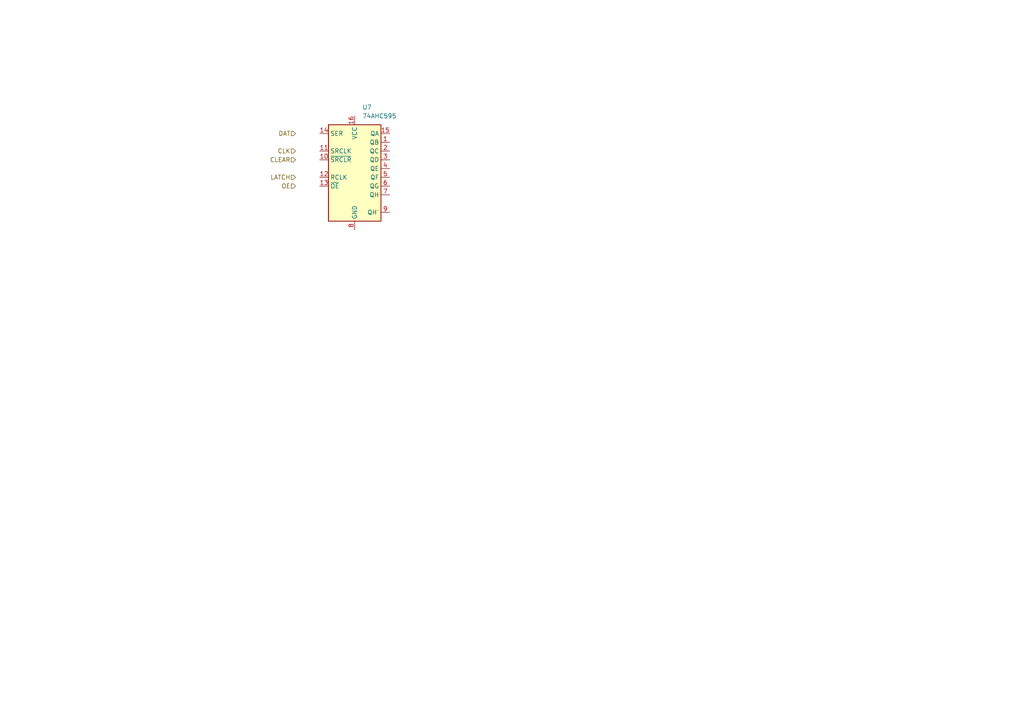
<source format=kicad_sch>
(kicad_sch (version 20230121) (generator eeschema)
  (paper "A4")
  (lib_symbols
    (symbol "74xx:74AHC595"
      (property "Reference" "U" (at -7.62 13.97 0))
      (property "Value" "74AHC595" (at -7.62 -16.51 0))
      (symbol "74AHC595_1_0"
        (pin tri_state line (at 10.16 7.62 180) (length 2.54) (name "QB") (number "1"))
        (pin input line (at -10.16 2.54 0) (length 2.54) (name "~{SRCLR}") (number "10"))
        (pin input line (at -10.16 5.08 0) (length 2.54) (name "SRCLK") (number "11"))
        (pin input line (at -10.16 -2.54 0) (length 2.54) (name "RCLK") (number "12"))
        (pin input line (at -10.16 -5.08 0) (length 2.54) (name "~{OE}") (number "13"))
        (pin input line (at -10.16 10.16 0) (length 2.54) (name "SER") (number "14"))
        (pin tri_state line (at 10.16 10.16 180) (length 2.54) (name "QA") (number "15"))
        (pin power_in line (at 0 15.24 270) (length 2.54) (name "VCC") (number "16"))
        (pin tri_state line (at 10.16 5.08 180) (length 2.54) (name "QC") (number "2"))
        (pin tri_state line (at 10.16 2.54 180) (length 2.54) (name "QD") (number "3"))
        (pin tri_state line (at 10.16 0 180) (length 2.54) (name "QE") (number "4"))
        (pin tri_state line (at 10.16 -2.54 180) (length 2.54) (name "QF") (number "5"))
        (pin tri_state line (at 10.16 -5.08 180) (length 2.54) (name "QG") (number "6"))
        (pin tri_state line (at 10.16 -7.62 180) (length 2.54) (name "QH") (number "7"))
        (pin power_in line (at 0 -17.78 90) (length 2.54) (name "GND") (number "8"))
        (pin output line (at 10.16 -12.7 180) (length 2.54) (name "QH'") (number "9"))
      )
      (symbol "74AHC595_1_1"
        (rectangle (start -7.62 12.7) (end 7.62 -15.24) (stroke (width 0.254)) (fill (type background)))
      )
    )
  )
  (hierarchical_label "DAT" (shape input) (at 85.725 38.735 180))
  (hierarchical_label "OE" (shape input) (at 85.725 53.975 180))
  (hierarchical_label "CLK" (shape input) (at 85.725 43.815 180))
  (hierarchical_label "CLEAR" (shape input) (at 85.725 46.355 180))
  (hierarchical_label "LATCH" (shape input) (at 85.725 51.435 180))
  (symbol (lib_id "74xx:74AHC595") (at 102.87 48.895 0) (unit 1)
    (property "Reference" "U7" (at 105.0641 31.115 0) (effects (justify left)))
    (property "Value" "74AHC595" (at 105.0641 33.655 0) (effects (justify left)))
    (property "Datasheet" "https://assets.nexperia.com/documents/data-sheet/74AHC_AHCT595.pdf" (effects hide))
    (instances (project "calculator" (path "" (reference "U7") (unit 1)) (path "" (reference "U7") (unit 1)) (path "" (reference "U11") (unit 1))))
  )
)
</source>
